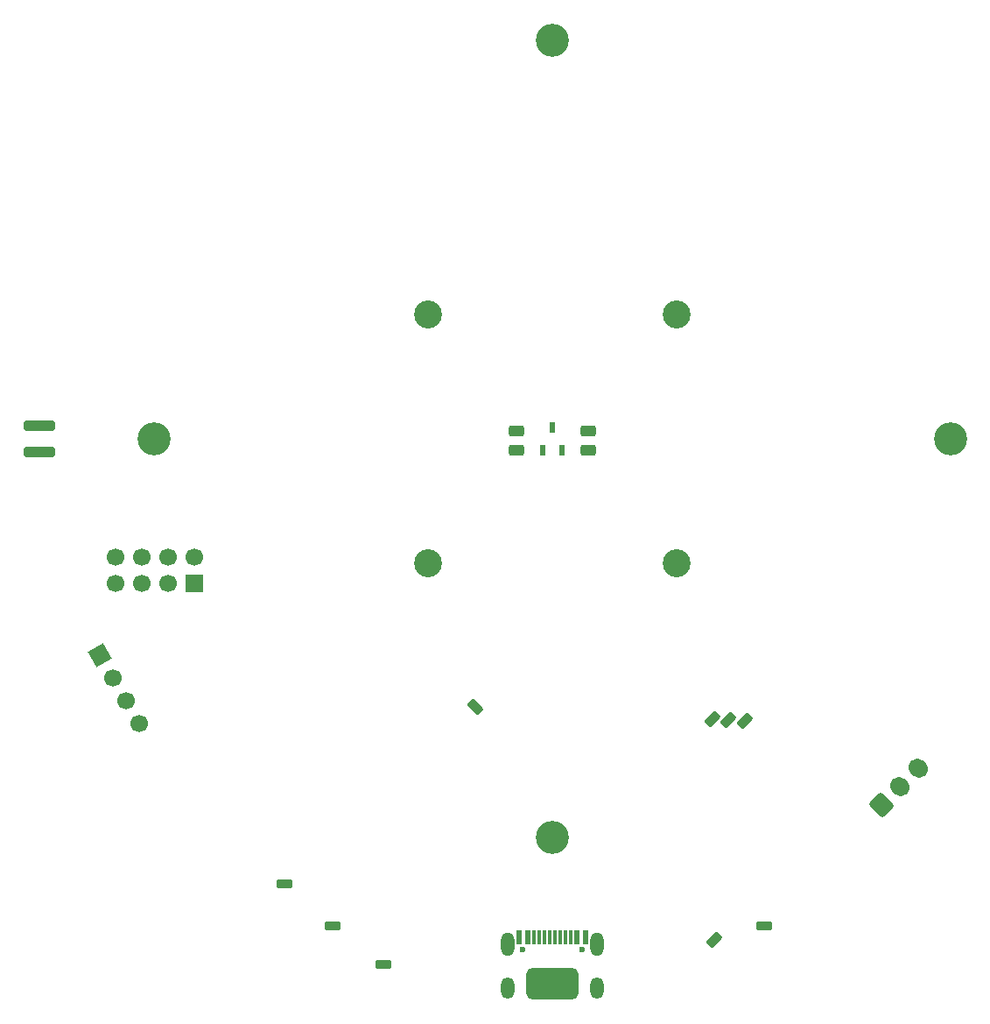
<source format=gbr>
%TF.GenerationSoftware,KiCad,Pcbnew,9.0.1*%
%TF.CreationDate,2025-05-12T15:51:15-07:00*%
%TF.ProjectId,SmartKnobController_ME507,536d6172-744b-46e6-9f62-436f6e74726f,rev?*%
%TF.SameCoordinates,Original*%
%TF.FileFunction,Soldermask,Bot*%
%TF.FilePolarity,Negative*%
%FSLAX46Y46*%
G04 Gerber Fmt 4.6, Leading zero omitted, Abs format (unit mm)*
G04 Created by KiCad (PCBNEW 9.0.1) date 2025-05-12 15:51:15*
%MOMM*%
%LPD*%
G01*
G04 APERTURE LIST*
G04 Aperture macros list*
%AMRoundRect*
0 Rectangle with rounded corners*
0 $1 Rounding radius*
0 $2 $3 $4 $5 $6 $7 $8 $9 X,Y pos of 4 corners*
0 Add a 4 corners polygon primitive as box body*
4,1,4,$2,$3,$4,$5,$6,$7,$8,$9,$2,$3,0*
0 Add four circle primitives for the rounded corners*
1,1,$1+$1,$2,$3*
1,1,$1+$1,$4,$5*
1,1,$1+$1,$6,$7*
1,1,$1+$1,$8,$9*
0 Add four rect primitives between the rounded corners*
20,1,$1+$1,$2,$3,$4,$5,0*
20,1,$1+$1,$4,$5,$6,$7,0*
20,1,$1+$1,$6,$7,$8,$9,0*
20,1,$1+$1,$8,$9,$2,$3,0*%
%AMHorizOval*
0 Thick line with rounded ends*
0 $1 width*
0 $2 $3 position (X,Y) of the first rounded end (center of the circle)*
0 $4 $5 position (X,Y) of the second rounded end (center of the circle)*
0 Add line between two ends*
20,1,$1,$2,$3,$4,$5,0*
0 Add two circle primitives to create the rounded ends*
1,1,$1,$2,$3*
1,1,$1,$4,$5*%
%AMRotRect*
0 Rectangle, with rotation*
0 The origin of the aperture is its center*
0 $1 length*
0 $2 width*
0 $3 Rotation angle, in degrees counterclockwise*
0 Add horizontal line*
21,1,$1,$2,0,0,$3*%
G04 Aperture macros list end*
%ADD10RoundRect,0.269000X0.494000X-0.269000X0.494000X0.269000X-0.494000X0.269000X-0.494000X-0.269000X0*%
%ADD11RoundRect,0.225000X-0.212132X-0.530330X0.530330X0.212132X0.212132X0.530330X-0.530330X-0.212132X0*%
%ADD12C,3.200000*%
%ADD13C,2.700000*%
%ADD14RoundRect,0.225000X-0.530330X0.212132X0.212132X-0.530330X0.530330X-0.212132X-0.212132X0.530330X0*%
%ADD15RoundRect,0.225000X-0.525000X-0.225000X0.525000X-0.225000X0.525000X0.225000X-0.525000X0.225000X0*%
%ADD16RoundRect,0.225000X0.525000X0.225000X-0.525000X0.225000X-0.525000X-0.225000X0.525000X-0.225000X0*%
%ADD17RoundRect,0.225000X0.212132X0.530330X-0.530330X-0.212132X-0.212132X-0.530330X0.530330X0.212132X0*%
%ADD18R,1.700000X1.700000*%
%ADD19C,1.700000*%
%ADD20RotRect,1.700000X1.700000X210.000000*%
%ADD21C,0.600000*%
%ADD22R,0.300000X1.400000*%
%ADD23R,0.500000X1.400000*%
%ADD24O,1.300000X2.100000*%
%ADD25O,1.300000X2.300000*%
%ADD26C,0.500000*%
%ADD27RoundRect,0.500000X2.000000X1.000000X-2.000000X1.000000X-2.000000X-1.000000X2.000000X-1.000000X0*%
%ADD28RoundRect,0.150000X-1.350000X-0.350000X1.350000X-0.350000X1.350000X0.350000X-1.350000X0.350000X0*%
%ADD29RoundRect,0.250000X0.088388X-0.936916X0.936916X-0.088388X-0.088388X0.936916X-0.936916X0.088388X0*%
%ADD30HorizOval,1.700000X-0.088388X0.088388X0.088388X-0.088388X0*%
%ADD31R,0.530000X1.040000*%
G04 APERTURE END LIST*
D10*
%TO.C,C24*%
X156600000Y-89499999D03*
X156600000Y-87600001D03*
%TD*%
%TO.C,C23*%
X149700000Y-89499999D03*
X149700000Y-87600001D03*
%TD*%
D11*
%TO.C,TP3*%
X168800000Y-136800000D03*
%TD*%
D12*
%TO.C,H6*%
X153150000Y-49900000D03*
%TD*%
D13*
%TO.C,H4*%
X165170815Y-76379185D03*
%TD*%
D14*
%TO.C,TP4*%
X145700000Y-114300000D03*
%TD*%
D12*
%TO.C,H5*%
X114650000Y-88400000D03*
%TD*%
D11*
%TO.C,TP9*%
X170200000Y-115600000D03*
%TD*%
D15*
%TO.C,TP2*%
X173650000Y-135500000D03*
%TD*%
D11*
%TO.C,TP8*%
X168600000Y-115500000D03*
%TD*%
D13*
%TO.C,H1*%
X141129185Y-100420815D03*
%TD*%
D15*
%TO.C,TP10*%
X131900000Y-135500000D03*
%TD*%
%TO.C,TP1*%
X136800000Y-139200000D03*
%TD*%
D13*
%TO.C,H2*%
X165170815Y-100420815D03*
%TD*%
%TO.C,H3*%
X141129185Y-76379185D03*
%TD*%
D12*
%TO.C,H8*%
X191650000Y-88400000D03*
%TD*%
%TO.C,H7*%
X153150000Y-126900000D03*
%TD*%
D16*
%TO.C,TP5*%
X127200000Y-131400000D03*
%TD*%
D17*
%TO.C,TP7*%
X171800000Y-115700000D03*
%TD*%
D18*
%TO.C,J4*%
X118479999Y-102400001D03*
D19*
X118479999Y-99860001D03*
X115939999Y-102400001D03*
X115939999Y-99860000D03*
X113400000Y-102400000D03*
X113399999Y-99860001D03*
X110859999Y-102400001D03*
X110859999Y-99860000D03*
%TD*%
D20*
%TO.C,J2*%
X109360001Y-109300592D03*
D19*
X110630001Y-111500297D03*
X111900001Y-113700000D03*
X113170001Y-115899706D03*
%TD*%
D21*
%TO.C,J1*%
X156040000Y-137800000D03*
X150260000Y-137800000D03*
D22*
X154400000Y-136600001D03*
X153400000Y-136600000D03*
X152900000Y-136600000D03*
X151900000Y-136600001D03*
D23*
X150750000Y-136600000D03*
X149950000Y-136600000D03*
D22*
X151400000Y-136600000D03*
X152400000Y-136600000D03*
X153900000Y-136600000D03*
X154900000Y-136600000D03*
D23*
X155550000Y-136600000D03*
X156350000Y-136600000D03*
D24*
X157480000Y-141480001D03*
D25*
X157480000Y-137280000D03*
D26*
X155150000Y-142100000D03*
X155150000Y-140100000D03*
D27*
X153150000Y-141100001D03*
D26*
X151150000Y-142100000D03*
X151150000Y-140100000D03*
D24*
X148820000Y-141480001D03*
D25*
X148820000Y-137280000D03*
%TD*%
D28*
%TO.C,R15*%
X103503382Y-89670000D03*
X103503382Y-87130000D03*
%TD*%
D29*
%TO.C,J3*%
X185018216Y-123803750D03*
D30*
X186785983Y-122035983D03*
X188553750Y-120268216D03*
%TD*%
D31*
%TO.C,U6*%
X154100000Y-89500000D03*
X152200000Y-89500000D03*
X153150000Y-87300000D03*
%TD*%
M02*

</source>
